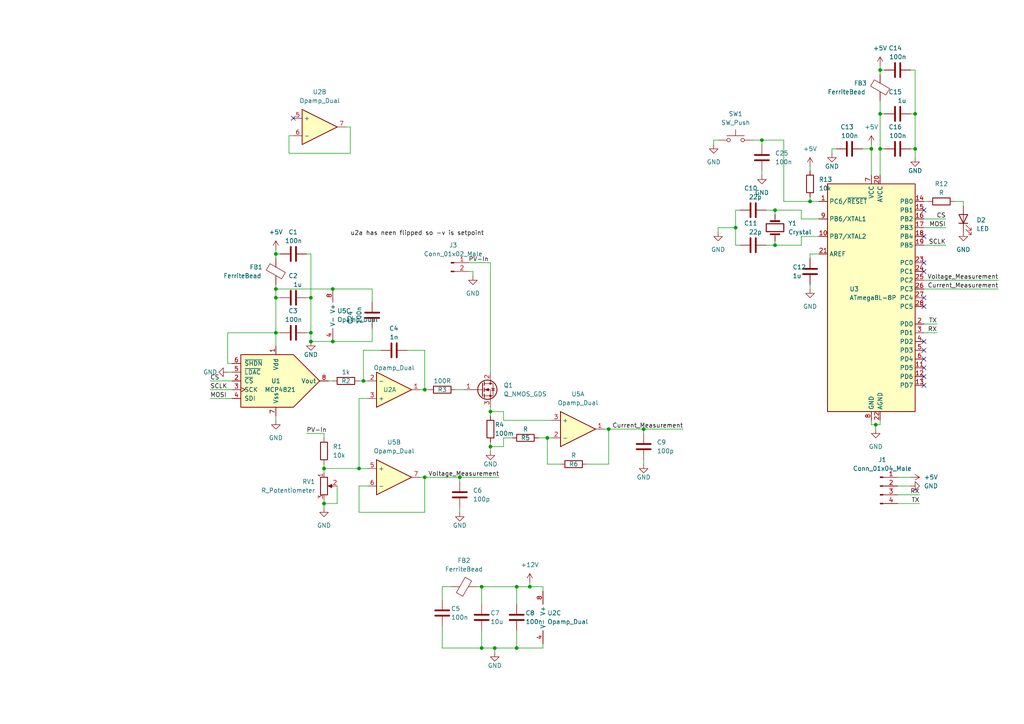
<source format=kicad_sch>
(kicad_sch (version 20211123) (generator eeschema)
  (paper "A4")
  (lib_symbols
    (symbol "Analog_DAC:MCP4821" (pin_names (offset 1.016))
      (property "Reference" "U" (at 1.27 10.795 0))
      (property "Value" "MCP4821" (at 1.27 8.89 0))
      (symbol "MCP4821_1_1"
        (pin power_in line (at 0 10.16 270) (length 2.54) (name "Vdd") (number "1"))
        (pin input line (at -12.7 0 0) (length 2.54) (name "~{CS}") (number "2"))
        (pin input clock (at -12.7 -2.54 0) (length 2.54) (name "SCK") (number "3"))
        (pin input line (at -12.7 -5.08 0) (length 2.54) (name "SDI") (number "4"))
        (pin input line (at -12.7 2.54 0) (length 2.54) (name "~{LDAC}") (number "5"))
        (pin input line (at -12.7 5.08 0) (length 2.54) (name "~{SHDN}") (number "6"))
        (pin power_in line (at 0 -10.16 90) (length 2.54) (name "Vss") (number "7"))
        (pin output line (at 15.24 0 180) (length 2.54) (name "Vout") (number "8"))
      )
    )
    (symbol "Connector:Conn_01x02_Male" (pin_names (offset 1.016) hide)
      (property "Reference" "J" (at 0 2.54 0))
      (property "Value" "Conn_01x02_Male" (at 0 -5.08 0))
      (symbol "Conn_01x02_Male_1_1"
        (pin passive line (at 5.08 0 180) (length 3.81) (name "Pin_1") (number "1"))
        (pin passive line (at 5.08 -2.54 180) (length 3.81) (name "Pin_2") (number "2"))
      )
    )
    (symbol "Connector:Conn_01x03_Male" (pin_names (offset 1.016) hide)
      (property "Reference" "J" (at 0 5.08 0))
      (property "Value" "Conn_01x03_Male" (at 0 -5.08 0))
      (symbol "Conn_01x03_Male_1_1"
        (pin passive line (at 5.08 2.54 180) (length 3.81) (name "Pin_1") (number "1"))
        (pin passive line (at 5.08 0 180) (length 3.81) (name "Pin_2") (number "2"))
        (pin passive line (at 5.08 -2.54 180) (length 3.81) (name "Pin_3") (number "3"))
      )
    )
    (symbol "Connector:Conn_01x04_Male" (pin_names (offset 1.016) hide)
      (property "Reference" "J" (at 0 5.08 0))
      (property "Value" "Conn_01x04_Male" (at 0 -7.62 0))
      (symbol "Conn_01x04_Male_1_1"
        (pin passive line (at 5.08 2.54 180) (length 3.81) (name "Pin_1") (number "1"))
        (pin passive line (at 5.08 0 180) (length 3.81) (name "Pin_2") (number "2"))
        (pin passive line (at 5.08 -2.54 180) (length 3.81) (name "Pin_3") (number "3"))
        (pin passive line (at 5.08 -5.08 180) (length 3.81) (name "Pin_4") (number "4"))
      )
    )
    (symbol "Device:C" (pin_numbers hide) (pin_names (offset 0.254))
      (property "Reference" "C" (at 0.635 2.54 0))
      (property "Value" "C" (at 0.635 -2.54 0))
      (symbol "C_1_1"
        (pin passive line (at 0 3.81 270) (length 2.794) (name "~") (number "1"))
        (pin passive line (at 0 -3.81 90) (length 2.794) (name "~") (number "2"))
      )
    )
    (symbol "Device:C_Polarized" (pin_numbers hide) (pin_names (offset 0.254))
      (property "Reference" "C" (at 0.635 2.54 0))
      (property "Value" "C_Polarized" (at 0.635 -2.54 0))
      (symbol "C_Polarized_1_1"
        (pin passive line (at 0 3.81 270) (length 2.794) (name "~") (number "1"))
        (pin passive line (at 0 -3.81 90) (length 2.794) (name "~") (number "2"))
      )
    )
    (symbol "Device:Crystal" (pin_numbers hide) (pin_names (offset 1.016) hide)
      (property "Reference" "Y" (at 0 3.81 0))
      (property "Value" "Crystal" (at 0 -3.81 0))
      (symbol "Crystal_1_1"
        (pin passive line (at -3.81 0 0) (length 1.27) (name "1") (number "1"))
        (pin passive line (at 3.81 0 180) (length 1.27) (name "2") (number "2"))
      )
    )
    (symbol "Device:FerriteBead" (pin_numbers hide) (pin_names (offset 0))
      (property "Reference" "FB" (at -3.81 0.635 90))
      (property "Value" "FerriteBead" (at 3.81 0 90))
      (symbol "FerriteBead_1_1"
        (pin passive line (at 0 3.81 270) (length 2.54) (name "~") (number "1"))
        (pin passive line (at 0 -3.81 90) (length 2.54) (name "~") (number "2"))
      )
    )
    (symbol "Device:L" (pin_numbers hide) (pin_names (offset 1.016) hide)
      (property "Reference" "L" (at -1.27 0 90))
      (property "Value" "L" (at 1.905 0 90))
      (symbol "L_1_1"
        (pin passive line (at 0 3.81 270) (length 1.27) (name "1") (number "1"))
        (pin passive line (at 0 -3.81 90) (length 1.27) (name "2") (number "2"))
      )
    )
    (symbol "Device:LED" (pin_numbers hide) (pin_names (offset 1.016) hide)
      (property "Reference" "D" (at 0 2.54 0))
      (property "Value" "LED" (at 0 -2.54 0))
      (symbol "LED_1_1"
        (pin passive line (at -3.81 0 0) (length 2.54) (name "K") (number "1"))
        (pin passive line (at 3.81 0 180) (length 2.54) (name "A") (number "2"))
      )
    )
    (symbol "Device:Opamp_Dual"
      (property "Reference" "U" (at 0 5.08 0))
      (property "Value" "Opamp_Dual" (at 0 -5.08 0))
      (symbol "Opamp_Dual_1_1"
        (pin output line (at 7.62 0 180) (length 2.54) (name "~") (number "1"))
        (pin input line (at -7.62 -2.54 0) (length 2.54) (name "-") (number "2"))
        (pin input line (at -7.62 2.54 0) (length 2.54) (name "+") (number "3"))
      )
      (symbol "Opamp_Dual_2_1"
        (pin input line (at -7.62 2.54 0) (length 2.54) (name "+") (number "5"))
        (pin input line (at -7.62 -2.54 0) (length 2.54) (name "-") (number "6"))
        (pin output line (at 7.62 0 180) (length 2.54) (name "~") (number "7"))
      )
      (symbol "Opamp_Dual_3_1"
        (pin power_in line (at -2.54 -7.62 90) (length 3.81) (name "V-") (number "4"))
        (pin power_in line (at -2.54 7.62 270) (length 3.81) (name "V+") (number "8"))
      )
    )
    (symbol "Device:Q_NMOS_GDS" (pin_names (offset 0) hide)
      (property "Reference" "Q" (at 5.08 1.27 0))
      (property "Value" "Q_NMOS_GDS" (at 5.08 -1.27 0))
      (symbol "Q_NMOS_GDS_1_1"
        (pin input line (at -5.08 0 0) (length 2.54) (name "G") (number "1"))
        (pin passive line (at 2.54 5.08 270) (length 2.54) (name "D") (number "2"))
        (pin passive line (at 2.54 -5.08 90) (length 2.54) (name "S") (number "3"))
      )
    )
    (symbol "Device:R" (pin_numbers hide) (pin_names (offset 0))
      (property "Reference" "R" (at 2.032 0 90))
      (property "Value" "R" (at 0 0 90))
      (symbol "R_1_1"
        (pin passive line (at 0 3.81 270) (length 1.27) (name "~") (number "1"))
        (pin passive line (at 0 -3.81 90) (length 1.27) (name "~") (number "2"))
      )
    )
    (symbol "Device:R_Potentiometer" (pin_names (offset 1.016) hide)
      (property "Reference" "RV" (at -4.445 0 90))
      (property "Value" "R_Potentiometer" (at -2.54 0 90))
      (symbol "R_Potentiometer_1_1"
        (pin passive line (at 0 3.81 270) (length 1.27) (name "1") (number "1"))
        (pin passive line (at 3.81 0 180) (length 1.27) (name "2") (number "2"))
        (pin passive line (at 0 -3.81 90) (length 1.27) (name "3") (number "3"))
      )
    )
    (symbol "Diode:1N5712UR" (pin_numbers hide) (pin_names (offset 1.016) hide)
      (property "Reference" "D" (at 0 2.54 0))
      (property "Value" "1N5712UR" (at 0 -2.54 0))
      (symbol "1N5712UR_1_1"
        (pin passive line (at -3.81 0 0) (length 2.54) (name "K") (number "1"))
        (pin passive line (at 3.81 0 180) (length 2.54) (name "A") (number "2"))
      )
    )
    (symbol "MCU_Microchip_ATmega:ATmega8L-8P"
      (property "Reference" "U" (at -12.7 34.29 0))
      (property "Value" "ATmega8L-8P" (at 5.08 -34.29 0))
      (symbol "ATmega8L-8P_1_1"
        (pin bidirectional line (at -15.24 27.94 0) (length 2.54) (name "PC6/~{RESET}") (number "1"))
        (pin bidirectional line (at -15.24 17.78 0) (length 2.54) (name "PB7/XTAL2") (number "10"))
        (pin bidirectional line (at 15.24 -20.32 180) (length 2.54) (name "PD5") (number "11"))
        (pin bidirectional line (at 15.24 -22.86 180) (length 2.54) (name "PD6") (number "12"))
        (pin bidirectional line (at 15.24 -25.4 180) (length 2.54) (name "PD7") (number "13"))
        (pin bidirectional line (at 15.24 27.94 180) (length 2.54) (name "PB0") (number "14"))
        (pin bidirectional line (at 15.24 25.4 180) (length 2.54) (name "PB1") (number "15"))
        (pin bidirectional line (at 15.24 22.86 180) (length 2.54) (name "PB2") (number "16"))
        (pin bidirectional line (at 15.24 20.32 180) (length 2.54) (name "PB3") (number "17"))
        (pin bidirectional line (at 15.24 17.78 180) (length 2.54) (name "PB4") (number "18"))
        (pin bidirectional line (at 15.24 15.24 180) (length 2.54) (name "PB5") (number "19"))
        (pin bidirectional line (at 15.24 -7.62 180) (length 2.54) (name "PD0") (number "2"))
        (pin power_in line (at 2.54 35.56 270) (length 2.54) (name "AVCC") (number "20"))
        (pin passive line (at -15.24 12.7 0) (length 2.54) (name "AREF") (number "21"))
        (pin power_in line (at 2.54 -35.56 90) (length 2.54) (name "AGND") (number "22"))
        (pin bidirectional line (at 15.24 10.16 180) (length 2.54) (name "PC0") (number "23"))
        (pin bidirectional line (at 15.24 7.62 180) (length 2.54) (name "PC1") (number "24"))
        (pin bidirectional line (at 15.24 5.08 180) (length 2.54) (name "PC2") (number "25"))
        (pin bidirectional line (at 15.24 2.54 180) (length 2.54) (name "PC3") (number "26"))
        (pin bidirectional line (at 15.24 0 180) (length 2.54) (name "PC4") (number "27"))
        (pin bidirectional line (at 15.24 -2.54 180) (length 2.54) (name "PC5") (number "28"))
        (pin bidirectional line (at 15.24 -10.16 180) (length 2.54) (name "PD1") (number "3"))
        (pin bidirectional line (at 15.24 -12.7 180) (length 2.54) (name "PD2") (number "4"))
        (pin bidirectional line (at 15.24 -15.24 180) (length 2.54) (name "PD3") (number "5"))
        (pin bidirectional line (at 15.24 -17.78 180) (length 2.54) (name "PD4") (number "6"))
        (pin power_in line (at 0 35.56 270) (length 2.54) (name "VCC") (number "7"))
        (pin power_in line (at 0 -35.56 90) (length 2.54) (name "GND") (number "8"))
        (pin bidirectional line (at -15.24 22.86 0) (length 2.54) (name "PB6/XTAL1") (number "9"))
      )
    )
    (symbol "Switch:SW_Push" (pin_numbers hide) (pin_names (offset 1.016) hide)
      (property "Reference" "SW" (at 1.27 2.54 0))
      (property "Value" "SW_Push" (at 0 -1.524 0))
      (symbol "SW_Push_0_1"
        (pin passive line (at -5.08 0 0) (length 2.54) (name "1") (number "1"))
        (pin passive line (at 5.08 0 180) (length 2.54) (name "2") (number "2"))
      )
    )
    (symbol "Timer:LM555xN"
      (property "Reference" "U" (at -10.16 8.89 0))
      (property "Value" "LM555xN" (at 2.54 8.89 0))
      (symbol "LM555xN_0_0"
        (pin power_in line (at 0 -10.16 90) (length 2.54) (name "GND") (number "1"))
        (pin power_in line (at 0 10.16 270) (length 2.54) (name "VCC") (number "8"))
      )
      (symbol "LM555xN_1_1"
        (pin input line (at -12.7 5.08 0) (length 3.81) (name "TR") (number "2"))
        (pin output line (at 12.7 5.08 180) (length 3.81) (name "Q") (number "3"))
        (pin input inverted (at -12.7 -5.08 0) (length 3.81) (name "R") (number "4"))
        (pin input line (at -12.7 0 0) (length 3.81) (name "CV") (number "5"))
        (pin input line (at 12.7 -5.08 180) (length 3.81) (name "THR") (number "6"))
        (pin input line (at 12.7 0 180) (length 3.81) (name "DIS") (number "7"))
      )
    )
    (symbol "Transistor_BJT:BC817" (pin_names (offset 0) hide)
      (property "Reference" "Q" (at 5.08 1.905 0))
      (property "Value" "BC817" (at 5.08 0 0))
      (symbol "BC817_1_1"
        (pin input line (at -5.08 0 0) (length 5.715) (name "B") (number "1"))
        (pin passive line (at 2.54 -5.08 90) (length 2.54) (name "E") (number "2"))
        (pin passive line (at 2.54 5.08 270) (length 2.54) (name "C") (number "3"))
      )
    )
    (symbol "Transistor_BJT:BD139" (pin_names (offset 0) hide)
      (property "Reference" "Q" (at 5.08 1.905 0))
      (property "Value" "BD139" (at 5.08 0 0))
      (symbol "BD139_1_1"
        (pin passive line (at 2.54 -5.08 90) (length 2.54) (name "E") (number "1"))
        (pin passive line (at 2.54 5.08 270) (length 2.54) (name "C") (number "2"))
        (pin input line (at -5.08 0 0) (length 5.08) (name "B") (number "3"))
      )
    )
    (symbol "power:+12V" (power) (pin_names (offset 0))
      (property "Value" "+12V" (at 0 3.556 0))
      (symbol "+12V_1_1"
        (pin power_in line (at 0 0 90) (length 0) hide (name "+12V") (number "1"))
      )
    )
    (symbol "power:+5V" (power) (pin_names (offset 0))
      (property "Value" "+5V" (at 0 3.556 0))
      (symbol "+5V_1_1"
        (pin power_in line (at 0 0 90) (length 0) hide (name "+5V") (number "1"))
      )
    )
    (symbol "power:GND" (power) (pin_names (offset 0))
      (property "Value" "GND" (at 0 -3.81 0))
      (symbol "GND_1_1"
        (pin power_in line (at 0 0 270) (length 0) hide (name "GND") (number "1"))
      )
    )
  )
  (junction (at 142.24 129.54))
  (junction (at 265.43 33.02))
  (junction (at 90.17 99.06))
  (junction (at 255.27 33.02))
  (junction (at 129.54 -62.23))
  (junction (at 93.98 135.89))
  (junction (at 255.27 20.32))
  (junction (at 220.98 40.64))
  (junction (at 80.01 86.36))
  (junction (at 90.17 96.52))
  (junction (at 186.69 124.46))
  (junction (at 129.54 -20.32))
  (junction (at 132.08 -62.23))
  (junction (at 123.19 113.03))
  (junction (at 153.67 170.18))
  (junction (at 254 123.19))
  (junction (at 163.83 -48.26))
  (junction (at 252.73 43.18))
  (junction (at 133.35 138.43))
  (junction (at 171.45 -20.32))
  (junction (at 265.43 43.18))
  (junction (at 80.01 73.66))
  (junction (at 180.34 -48.26))
  (junction (at 96.52 83.82))
  (junction (at 139.7 170.18))
  (junction (at 129.54 -30.48))
  (junction (at 105.41 110.49))
  (junction (at 190.5 -36.83))
  (junction (at 147.32 -20.32))
  (junction (at 171.45 -48.26))
  (junction (at 123.19 138.43))
  (junction (at 180.34 -20.32))
  (junction (at 96.52 99.06))
  (junction (at 139.7 187.96))
  (junction (at 90.17 86.36))
  (junction (at 115.57 -48.26))
  (junction (at 97.79 -36.83))
  (junction (at 176.53 124.46))
  (junction (at 93.98 146.05))
  (junction (at 115.57 -54.61))
  (junction (at 149.86 187.96))
  (junction (at 255.27 43.18))
  (junction (at 158.75 127))
  (junction (at 234.95 58.42))
  (junction (at 115.57 -20.32))
  (junction (at 213.36 66.04))
  (junction (at 224.79 71.12))
  (junction (at 142.24 119.38))
  (junction (at 80.01 83.82))
  (junction (at 129.54 -39.37))
  (junction (at 80.01 96.52))
  (junction (at 104.14 135.89))
  (junction (at 163.83 -20.32))
  (junction (at 147.32 -48.26))
  (junction (at 149.86 170.18))
  (junction (at 224.79 60.96))
  (junction (at 97.79 -20.32))
  (junction (at 140.97 -62.23))
  (junction (at 143.51 187.96))
  (junction (at 195.58 -30.48))
  (no_connect (at 267.97 111.76))
  (no_connect (at 267.97 109.22))
  (no_connect (at 267.97 106.68))
  (no_connect (at 267.97 101.6))
  (no_connect (at 267.97 99.06))
  (no_connect (at 267.97 86.36))
  (no_connect (at 267.97 60.96))
  (no_connect (at 267.97 78.74))
  (no_connect (at 267.97 76.2))
  (no_connect (at 267.97 68.58))
  (no_connect (at 267.97 88.9))
  (no_connect (at 85.09 34.29))
  (no_connect (at 267.97 104.14))
  (wire (pts (xy 208.28 66.04) (xy 213.36 66.04)))
  (wire (pts (xy 80.01 120.65) (xy 80.01 121.92)))
  (wire (pts (xy 101.6 -48.26) (xy 115.57 -48.26)))
  (wire (pts (xy 67.31 107.95) (xy 66.04 107.95)))
  (wire (pts (xy 129.54 -48.26) (xy 127 -48.26)))
  (wire (pts (xy 128.27 187.96) (xy 139.7 187.96)))
  (wire (pts (xy 80.01 96.52) (xy 81.28 96.52)))
  (wire (pts (xy 80.01 96.52) (xy 80.01 100.33)))
  (wire (pts (xy 176.53 134.62) (xy 170.18 134.62)))
  (wire (pts (xy 93.98 144.78) (xy 93.98 146.05)))
  (wire (pts (xy 123.19 148.59) (xy 123.19 138.43)))
  (wire (pts (xy 104.14 115.57) (xy 106.68 115.57)))
  (wire (pts (xy 142.24 119.38) (xy 146.05 119.38)))
  (wire (pts (xy 80.01 86.36) (xy 81.28 86.36)))
  (wire (pts (xy 252.73 123.19) (xy 254 123.19)))
  (wire (pts (xy 149.86 187.96) (xy 157.48 187.96)))
  (wire (pts (xy 90.17 99.06) (xy 96.52 99.06)))
  (wire (pts (xy 153.67 170.18) (xy 157.48 170.18)))
  (wire (pts (xy 115.57 -62.23) (xy 129.54 -62.23)))
  (wire (pts (xy 67.31 110.49) (xy 60.96 110.49)))
  (wire (pts (xy 100.33 -41.91) (xy 102.87 -41.91)))
  (wire (pts (xy 105.41 110.49) (xy 106.68 110.49)))
  (wire (pts (xy 190.5 -46.99) (xy 190.5 -48.26)))
  (wire (pts (xy 149.86 187.96) (xy 149.86 182.88)))
  (wire (pts (xy 208.28 67.31) (xy 208.28 66.04)))
  (wire (pts (xy 142.24 118.11) (xy 142.24 119.38)))
  (wire (pts (xy 156.21 127) (xy 158.75 127)))
  (wire (pts (xy 132.08 113.03) (xy 134.62 113.03)))
  (wire (pts (xy 146.05 121.92) (xy 146.05 119.38)))
  (wire (pts (xy 127 -30.48) (xy 127 -25.4)))
  (wire (pts (xy 241.3 43.18) (xy 242.57 43.18)))
  (wire (pts (xy 171.45 -31.75) (xy 171.45 -20.32)))
  (wire (pts (xy 157.48 186.69) (xy 157.48 187.96)))
  (wire (pts (xy 220.98 50.8) (xy 220.98 49.53)))
  (wire (pts (xy 132.08 -53.34) (xy 132.08 -52.07)))
  (wire (pts (xy 80.01 83.82) (xy 80.01 86.36)))
  (wire (pts (xy 119.38 -48.26) (xy 115.57 -48.26)))
  (wire (pts (xy 90.17 73.66) (xy 90.17 86.36)))
  (wire (pts (xy 105.41 -54.61) (xy 106.68 -54.61)))
  (wire (pts (xy 220.98 40.64) (xy 227.33 40.64)))
  (wire (pts (xy 139.7 170.18) (xy 149.86 170.18)))
  (wire (pts (xy 214.63 60.96) (xy 213.36 60.96)))
  (wire (pts (xy 115.57 -26.67) (xy 115.57 -20.32)))
  (wire (pts (xy 139.7 182.88) (xy 139.7 187.96)))
  (wire (pts (xy 260.35 146.05) (xy 266.7 146.05)))
  (wire (pts (xy 105.41 -54.61) (xy 105.41 -52.07)))
  (wire (pts (xy 252.73 43.18) (xy 250.19 43.18)))
  (wire (pts (xy 133.35 138.43) (xy 133.35 139.7)))
  (wire (pts (xy 224.79 71.12) (xy 232.41 71.12)))
  (wire (pts (xy 83.82 39.37) (xy 83.82 44.45)))
  (wire (pts (xy 105.41 101.6) (xy 105.41 110.49)))
  (wire (pts (xy 133.35 138.43) (xy 144.78 138.43)))
  (wire (pts (xy 264.16 43.18) (xy 265.43 43.18)))
  (wire (pts (xy 260.35 143.51) (xy 266.7 143.51)))
  (wire (pts (xy 146.05 127) (xy 148.59 127)))
  (wire (pts (xy 114.3 -54.61) (xy 115.57 -54.61)))
  (wire (pts (xy 227.33 58.42) (xy 227.33 40.64)))
  (wire (pts (xy 194.31 -30.48) (xy 195.58 -30.48)))
  (wire (pts (xy 176.53 124.46) (xy 186.69 124.46)))
  (wire (pts (xy 267.97 66.04) (xy 274.32 66.04)))
  (wire (pts (xy 102.87 -36.83) (xy 97.79 -36.83)))
  (wire (pts (xy 224.79 69.85) (xy 224.79 71.12)))
  (wire (pts (xy 157.48 170.18) (xy 157.48 171.45)))
  (wire (pts (xy 138.43 170.18) (xy 139.7 170.18)))
  (wire (pts (xy 180.34 -20.32) (xy 171.45 -20.32)))
  (wire (pts (xy 129.54 -63.5) (xy 129.54 -62.23)))
  (wire (pts (xy 142.24 129.54) (xy 146.05 129.54)))
  (wire (pts (xy 195.58 -11.43) (xy 195.58 -30.48)))
  (wire (pts (xy 129.54 -39.37) (xy 129.54 -48.26)))
  (wire (pts (xy 128.27 -41.91) (xy 130.81 -41.91)))
  (wire (pts (xy 135.89 76.2) (xy 142.24 76.2)))
  (wire (pts (xy 252.73 50.8) (xy 252.73 43.18)))
  (wire (pts (xy 264.16 20.32) (xy 265.43 20.32)))
  (wire (pts (xy 142.24 119.38) (xy 142.24 120.65)))
  (wire (pts (xy 87.63 -33.02) (xy 87.63 -36.83)))
  (wire (pts (xy 129.54 -62.23) (xy 132.08 -62.23)))
  (wire (pts (xy 140.97 -62.23) (xy 140.97 -60.96)))
  (wire (pts (xy 267.97 71.12) (xy 274.32 71.12)))
  (wire (pts (xy 115.57 -19.05) (xy 115.57 -20.32)))
  (wire (pts (xy 147.32 -48.26) (xy 153.67 -48.26)))
  (wire (pts (xy 158.75 127) (xy 160.02 127)))
  (wire (pts (xy 80.01 72.39) (xy 80.01 73.66)))
  (wire (pts (xy 276.86 58.42) (xy 279.4 58.42)))
  (wire (pts (xy 123.19 138.43) (xy 133.35 138.43)))
  (wire (pts (xy 104.14 135.89) (xy 104.14 115.57)))
  (wire (pts (xy 190.5 -20.32) (xy 190.5 -26.67)))
  (wire (pts (xy 67.31 105.41) (xy 66.04 105.41)))
  (wire (pts (xy 255.27 29.21) (xy 255.27 33.02)))
  (wire (pts (xy 132.08 -62.23) (xy 132.08 -60.96)))
  (wire (pts (xy 163.83 -20.32) (xy 171.45 -20.32)))
  (wire (pts (xy 186.69 124.46) (xy 186.69 125.73)))
  (wire (pts (xy 255.27 123.19) (xy 255.27 121.92)))
  (wire (pts (xy 139.7 -41.91) (xy 138.43 -41.91)))
  (wire (pts (xy 234.95 83.82) (xy 234.95 82.55)))
  (wire (pts (xy 213.36 66.04) (xy 213.36 71.12)))
  (wire (pts (xy 90.17 86.36) (xy 90.17 96.52)))
  (wire (pts (xy 180.34 -31.75) (xy 180.34 -20.32)))
  (wire (pts (xy 127 -25.4) (xy 100.33 -25.4)))
  (wire (pts (xy 237.49 63.5) (xy 232.41 63.5)))
  (wire (pts (xy 80.01 86.36) (xy 80.01 96.52)))
  (wire (pts (xy 104.14 148.59) (xy 123.19 148.59)))
  (wire (pts (xy 88.9 125.73) (xy 93.98 125.73)))
  (wire (pts (xy 142.24 128.27) (xy 142.24 129.54)))
  (wire (pts (xy 180.34 -20.32) (xy 190.5 -20.32)))
  (wire (pts (xy 129.54 -20.32) (xy 147.32 -20.32)))
  (wire (pts (xy 139.7 175.26) (xy 139.7 170.18)))
  (wire (pts (xy 142.24 129.54) (xy 142.24 130.81)))
  (wire (pts (xy 66.04 96.52) (xy 80.01 96.52)))
  (wire (pts (xy 213.36 60.96) (xy 213.36 66.04)))
  (wire (pts (xy 147.32 -20.32) (xy 147.32 -36.83)))
  (wire (pts (xy 104.14 140.97) (xy 104.14 148.59)))
  (wire (pts (xy 149.86 175.26) (xy 149.86 170.18)))
  (wire (pts (xy 128.27 170.18) (xy 130.81 170.18)))
  (wire (pts (xy 101.6 -48.26) (xy 101.6 -31.75)))
  (wire (pts (xy 139.7 187.96) (xy 143.51 187.96)))
  (wire (pts (xy 180.34 -39.37) (xy 180.34 -48.26)))
  (wire (pts (xy 161.29 -48.26) (xy 163.83 -48.26)))
  (wire (pts (xy 267.97 96.52) (xy 271.78 96.52)))
  (wire (pts (xy 279.4 59.69) (xy 279.4 58.42)))
  (wire (pts (xy 67.31 115.57) (xy 60.96 115.57)))
  (wire (pts (xy 93.98 135.89) (xy 104.14 135.89)))
  (wire (pts (xy 143.51 187.96) (xy 149.86 187.96)))
  (wire (pts (xy 265.43 33.02) (xy 265.43 43.18)))
  (wire (pts (xy 104.14 135.89) (xy 106.68 135.89)))
  (wire (pts (xy 267.97 93.98) (xy 271.78 93.98)))
  (wire (pts (xy 232.41 63.5) (xy 232.41 60.96)))
  (wire (pts (xy 80.01 -27.94) (xy 77.47 -27.94)))
  (wire (pts (xy 115.57 -48.26) (xy 115.57 -46.99)))
  (wire (pts (xy 96.52 99.06) (xy 107.95 99.06)))
  (wire (pts (xy 255.27 43.18) (xy 256.54 43.18)))
  (wire (pts (xy 93.98 134.62) (xy 93.98 135.89)))
  (wire (pts (xy 254 123.19) (xy 254 124.46)))
  (wire (pts (xy 207.01 41.91) (xy 207.01 40.64)))
  (wire (pts (xy 222.25 71.12) (xy 224.79 71.12)))
  (wire (pts (xy 97.79 146.05) (xy 93.98 146.05)))
  (wire (pts (xy 88.9 96.52) (xy 90.17 96.52)))
  (wire (pts (xy 265.43 43.18) (xy 265.43 45.72)))
  (wire (pts (xy 232.41 68.58) (xy 237.49 68.58)))
  (wire (pts (xy 115.57 -48.26) (xy 115.57 -54.61)))
  (wire (pts (xy 88.9 86.36) (xy 90.17 86.36)))
  (wire (pts (xy 255.27 33.02) (xy 256.54 33.02)))
  (wire (pts (xy 190.5 -39.37) (xy 190.5 -36.83)))
  (wire (pts (xy 265.43 20.32) (xy 265.43 33.02)))
  (wire (pts (xy 129.54 -30.48) (xy 133.35 -30.48)))
  (wire (pts (xy 153.67 168.91) (xy 153.67 170.18)))
  (wire (pts (xy 163.83 -31.75) (xy 163.83 -20.32)))
  (wire (pts (xy 175.26 124.46) (xy 176.53 124.46)))
  (wire (pts (xy 186.69 124.46) (xy 198.12 124.46)))
  (wire (pts (xy 224.79 60.96) (xy 224.79 62.23)))
  (wire (pts (xy 222.25 60.96) (xy 224.79 60.96)))
  (wire (pts (xy 97.79 140.97) (xy 97.79 146.05)))
  (wire (pts (xy 100.33 -41.91) (xy 100.33 -25.4)))
  (wire (pts (xy 234.95 57.15) (xy 234.95 58.42)))
  (wire (pts (xy 252.73 41.91) (xy 252.73 43.18)))
  (wire (pts (xy 209.55 -35.56) (xy 209.55 -39.37)))
  (wire (pts (xy 241.3 43.18) (xy 241.3 44.45)))
  (wire (pts (xy 204.47 -36.83) (xy 212.09 -36.83)))
  (wire (pts (xy 60.96 113.03) (xy 67.31 113.03)))
  (wire (pts (xy 163.83 -48.26) (xy 171.45 -48.26)))
  (wire (pts (xy 66.04 105.41) (xy 66.04 96.52)))
  (wire (pts (xy 77.47 -11.43) (xy 77.47 -27.94)))
  (wire (pts (xy 95.25 110.49) (xy 96.52 110.49)))
  (wire (pts (xy 255.27 19.05) (xy 255.27 20.32)))
  (wire (pts (xy 87.63 -22.86) (xy 87.63 -20.32)))
  (wire (pts (xy 252.73 121.92) (xy 252.73 123.19)))
  (wire (pts (xy 213.36 71.12) (xy 214.63 71.12)))
  (wire (pts (xy 180.34 -48.26) (xy 190.5 -48.26)))
  (wire (pts (xy 101.6 44.45) (xy 101.6 36.83)))
  (wire (pts (xy 101.6 36.83) (xy 100.33 36.83)))
  (wire (pts (xy 80.01 73.66) (xy 80.01 74.93)))
  (wire (pts (xy 209.55 -39.37) (xy 212.09 -39.37)))
  (wire (pts (xy 234.95 74.93) (xy 234.95 73.66)))
  (wire (pts (xy 255.27 20.32) (xy 255.27 21.59)))
  (wire (pts (xy 232.41 71.12) (xy 232.41 68.58)))
  (wire (pts (xy 129.54 -36.83) (xy 129.54 -39.37)))
  (wire (pts (xy 267.97 81.28) (xy 289.56 81.28)))
  (wire (pts (xy 87.63 -36.83) (xy 97.79 -36.83)))
  (wire (pts (xy 88.9 73.66) (xy 90.17 73.66)))
  (wire (pts (xy 267.97 83.82) (xy 289.56 83.82)))
  (wire (pts (xy 158.75 134.62) (xy 158.75 127)))
  (wire (pts (xy 80.01 83.82) (xy 96.52 83.82)))
  (wire (pts (xy 147.32 -20.32) (xy 163.83 -20.32)))
  (wire (pts (xy 234.95 58.42) (xy 237.49 58.42)))
  (wire (pts (xy 186.69 134.62) (xy 186.69 133.35)))
  (wire (pts (xy 121.92 113.03) (xy 123.19 113.03)))
  (wire (pts (xy 104.14 110.49) (xy 105.41 110.49)))
  (wire (pts (xy 77.47 -11.43) (xy 195.58 -11.43)))
  (wire (pts (xy 201.93 -41.91) (xy 212.09 -41.91)))
  (wire (pts (xy 115.57 -20.32) (xy 129.54 -20.32)))
  (wire (pts (xy 129.54 -30.48) (xy 127 -30.48)))
  (wire (pts (xy 85.09 39.37) (xy 83.82 39.37)))
  (wire (pts (xy 90.17 96.52) (xy 90.17 99.06)))
  (wire (pts (xy 93.98 125.73) (xy 93.98 127)))
  (wire (pts (xy 207.01 40.64) (xy 208.28 40.64)))
  (wire (pts (xy 190.5 -36.83) (xy 190.5 -34.29)))
  (wire (pts (xy 255.27 20.32) (xy 256.54 20.32)))
  (wire (pts (xy 267.97 63.5) (xy 274.32 63.5)))
  (wire (pts (xy 267.97 58.42) (xy 269.24 58.42)))
  (wire (pts (xy 128.27 181.61) (xy 128.27 187.96)))
  (wire (pts (xy 129.54 -30.48) (xy 129.54 -31.75)))
  (wire (pts (xy 195.58 -36.83) (xy 190.5 -36.83)))
  (wire (pts (xy 147.32 -62.23) (xy 147.32 -57.15)))
  (wire (pts (xy 118.11 101.6) (xy 123.19 101.6)))
  (wire (pts (xy 129.54 -29.21) (xy 129.54 -30.48)))
  (wire (pts (xy 107.95 83.82) (xy 96.52 83.82)))
  (wire (pts (xy 97.79 -36.83) (xy 97.79 -29.21)))
  (wire (pts (xy 93.98 135.89) (xy 93.98 137.16)))
  (wire (pts (xy 143.51 187.96) (xy 143.51 189.23)))
  (wire (pts (xy 254 123.19) (xy 255.27 123.19)))
  (wire (pts (xy 87.63 -20.32) (xy 97.79 -20.32)))
  (wire (pts (xy 102.87 -31.75) (xy 101.6 -31.75)))
  (wire (pts (xy 163.83 -48.26) (xy 163.83 -39.37)))
  (wire (pts (xy 180.34 -48.26) (xy 171.45 -48.26)))
  (wire (pts (xy 176.53 124.46) (xy 176.53 134.62)))
  (wire (pts (xy 107.95 87.63) (xy 107.95 83.82)))
  (wire (pts (xy 129.54 -39.37) (xy 133.35 -39.37)))
  (wire (pts (xy 80.01 82.55) (xy 80.01 83.82)))
  (wire (pts (xy 218.44 40.64) (xy 220.98 40.64)))
  (wire (pts (xy 162.56 134.62) (xy 158.75 134.62)))
  (wire (pts (xy 255.27 43.18) (xy 255.27 50.8)))
  (wire (pts (xy 93.98 147.32) (xy 93.98 146.05)))
  (wire (pts (xy 234.95 58.42) (xy 227.33 58.42)))
  (wire (pts (xy 149.86 170.18) (xy 153.67 170.18)))
  (wire (pts (xy 123.19 101.6) (xy 123.19 113.03)))
  (wire (pts (xy 129.54 -21.59) (xy 129.54 -20.32)))
  (wire (pts (xy 142.24 107.95) (xy 142.24 76.2)))
  (wire (pts (xy 137.16 80.01) (xy 137.16 78.74)))
  (wire (pts (xy 133.35 148.59) (xy 133.35 147.32)))
  (wire (pts (xy 110.49 101.6) (xy 105.41 101.6)))
  (wire (pts (xy 128.27 -31.75) (xy 129.54 -31.75)))
  (wire (pts (xy 123.19 113.03) (xy 124.46 113.03)))
  (wire (pts (xy 171.45 -48.26) (xy 171.45 -39.37)))
  (wire (pts (xy 232.41 60.96) (xy 224.79 60.96)))
  (wire (pts (xy 234.95 48.26) (xy 234.95 49.53)))
  (wire (pts (xy 264.16 33.02) (xy 265.43 33.02)))
  (wire (pts (xy 146.05 121.92) (xy 160.02 121.92)))
  (wire (pts (xy 146.05 127) (xy 146.05 129.54)))
  (wire (pts (xy 128.27 -36.83) (xy 129.54 -36.83)))
  (wire (pts (xy 106.68 140.97) (xy 104.14 140.97)))
  (wire (pts (xy 260.35 138.43) (xy 264.16 138.43)))
  (wire (pts (xy 132.08 -62.23) (xy 140.97 -62.23)))
  (wire (pts (xy 234.95 73.66) (xy 237.49 73.66)))
  (wire (pts (xy 80.01 73.66) (xy 81.28 73.66)))
  (wire (pts (xy 255.27 33.02) (xy 255.27 43.18)))
  (wire (pts (xy 140.97 -62.23) (xy 147.32 -62.23)))
  (wire (pts (xy 121.92 138.43) (xy 123.19 138.43)))
  (wire (pts (xy 128.27 173.99) (xy 128.27 170.18)))
  (wire (pts (xy 97.79 -20.32) (xy 97.79 -21.59)))
  (wire (pts (xy 97.79 -20.32) (xy 115.57 -20.32)))
  (wire (pts (xy 220.98 40.64) (xy 220.98 41.91)))
  (wire (pts (xy 133.35 -39.37) (xy 133.35 -38.1)))
  (wire (pts (xy 107.95 99.06) (xy 107.95 95.25)))
  (wire (pts (xy 260.35 140.97) (xy 264.16 140.97)))
  (wire (pts (xy 140.97 -53.34) (xy 140.97 -52.07)))
  (wire (pts (xy 83.82 44.45) (xy 101.6 44.45)))
  (wire (pts (xy 195.58 -30.48) (xy 195.58 -36.83)))
  (wire (pts (xy 115.57 -54.61) (xy 115.57 -62.23)))
  (wire (pts (xy 147.32 -49.53) (xy 147.32 -48.26)))
  (wire (pts (xy 135.89 78.74) (xy 137.16 78.74)))
  (wire (pts (xy 147.32 -48.26) (xy 147.32 -46.99)))
  (label "CS" (at 60.96 110.49 0))
  (label "Current_Measurement" (at 289.56 83.82 180))
  (label "PV-In" (at 135.89 76.2 0))
  (label "Boost_Out" (at 201.93 -41.91 0))
  (label "RX" (at 271.78 96.52 180))
  (label "PV-In" (at 88.9 125.73 0))
  (label "Voltage_Measurement" (at 289.56 81.28 180))
  (label "u2a has neen flipped so -v is setpoint" (at 101.6 68.58 0))
  (label "MOSI" (at 60.96 115.57 0))
  (label "CS" (at 274.32 63.5 180))
  (label "SCLK" (at 274.32 71.12 180))
  (label "TX" (at 266.7 146.05 180))
  (label "Current_Measurement" (at 198.12 124.46 180))
  (label "TX" (at 271.78 93.98 180))
  (label "Boost_Out" (at 190.5 -48.26 180))
  (label "Voltage_Measurement" (at 144.78 138.43 180))
  (label "RX" (at 266.7 143.51 180))
  (label "SCLK" (at 60.96 113.03 0))
  (label "MOSI" (at 274.32 66.04 180))
  (symbol (lib_id "power:+12V") (at 153.67 168.91 0) (unit 1)
    (property "Reference" "#PWR0103" (effects hide))
    (property "Value" "+12V" (at 153.67 163.83 0))
  )
  (symbol (lib_id "Connector:Conn_01x03_Male") (at 217.17 -39.37 180) (unit 1)
    (property "Reference" "J2" (at 218.44 -40.6401 0) (effects (justify right)))
    (property "Value" "Conn_01x03_Male" (at 218.44 -38.1001 0) (effects (justify right)))
    (property "Footprint" "Connector_PinHeader_2.54mm:PinHeader_1x03_P2.54mm_Horizontal" (effects hide))
  )
  (symbol (lib_id "power:GND") (at 105.41 -52.07 0) (unit 1)
    (property "Reference" "#PWR0124" (effects hide))
    (property "Value" "GND" (at 105.41 -46.99 0))
  )
  (symbol (lib_id "power:GND") (at 207.01 41.91 0) (unit 1)
    (property "Reference" "#PWR0130" (effects hide))
    (property "Value" "GND" (at 207.01 46.99 0))
  )
  (symbol (lib_id "Device:C") (at 129.54 -25.4 0) (unit 1)
    (property "Reference" "C18" (at 132.08 -26.67 0) (effects (justify left)))
    (property "Value" "680p" (at 132.08 -24.13 0) (effects (justify left)))
    (property "Footprint" "Capacitor_SMD:C_0603_1608Metric_Pad1.08x0.95mm_HandSolder" (effects hide))
  )
  (symbol (lib_id "Device:R_Potentiometer") (at 190.5 -30.48 0) (unit 1)
    (property "Reference" "RV2" (at 187.96 -31.7501 0) (effects (justify right)))
    (property "Value" "10k" (at 187.96 -29.2101 0) (effects (justify right)))
    (property "Footprint" "Potentiometer_THT:Potentiometer_Bourns_3296W_Vertical" (effects hide))
  )
  (symbol (lib_id "Device:C") (at 163.83 -35.56 0) (unit 1)
    (property "Reference" "C22" (at 165.1 -38.1 0) (effects (justify left)))
    (property "Value" "100n" (at 163.83 -33.02 0) (effects (justify left)))
    (property "Footprint" "Capacitor_SMD:C_0603_1608Metric_Pad1.08x0.95mm_HandSolder" (effects hide))
  )
  (symbol (lib_id "power:GND") (at 93.98 147.32 0) (unit 1)
    (property "Reference" "#PWR0112" (effects hide))
    (property "Value" "GND" (at 93.98 152.4 0))
  )
  (symbol (lib_id "Device:C") (at 114.3 101.6 90) (unit 1)
    (property "Reference" "C4" (at 115.57 95.25 90) (effects (justify left)))
    (property "Value" "1n" (at 115.57 97.79 90) (effects (justify left)))
    (property "Footprint" "Capacitor_SMD:C_0603_1608Metric_Pad1.08x0.95mm_HandSolder" (effects hide))
  )
  (symbol (lib_id "Device:C") (at 220.98 45.72 0) (unit 1)
    (property "Reference" "C25" (at 224.79 44.4499 0) (effects (justify left)))
    (property "Value" "100n" (at 224.79 46.9899 0) (effects (justify left)))
    (property "Footprint" "Capacitor_SMD:C_0603_1608Metric_Pad1.08x0.95mm_HandSolder" (effects hide))
  )
  (symbol (lib_id "Device:C") (at 140.97 -57.15 0) (unit 1)
    (property "Reference" "C21" (at 143.51 -58.42 0) (effects (justify left)))
    (property "Value" "100n" (at 140.97 -60.96 0) (effects (justify left)))
    (property "Footprint" "Capacitor_SMD:C_0603_1608Metric_Pad1.08x0.95mm_HandSolder" (effects hide))
  )
  (symbol (lib_id "Device:R") (at 190.5 -43.18 0) (unit 1)
    (property "Reference" "R11" (at 193.04 -44.4501 0) (effects (justify left)))
    (property "Value" "10k" (at 193.04 -41.9101 0) (effects (justify left)))
    (property "Footprint" "Resistor_SMD:R_0603_1608Metric_Pad0.98x0.95mm_HandSolder" (effects hide))
  )
  (symbol (lib_id "Device:R_Potentiometer") (at 93.98 140.97 0) (unit 1)
    (property "Reference" "RV1" (at 91.44 139.6999 0) (effects (justify right)))
    (property "Value" "R_Potentiometer" (at 91.44 142.2399 0) (effects (justify right)))
    (property "Footprint" "Potentiometer_THT:Potentiometer_Bourns_3296W_Vertical" (effects hide))
  )
  (symbol (lib_id "Device:R") (at 234.95 53.34 0) (unit 1)
    (property "Reference" "R13" (at 237.49 52.0699 0) (effects (justify left)))
    (property "Value" "10k" (at 237.49 54.6099 0) (effects (justify left)))
    (property "Footprint" "Resistor_THT:R_Axial_DIN0207_L6.3mm_D2.5mm_P10.16mm_Horizontal" (effects hide))
  )
  (symbol (lib_id "power:GND") (at 254 124.46 0) (unit 1)
    (property "Reference" "#PWR0107" (effects hide))
    (property "Value" "GND" (at 254 129.54 0))
  )
  (symbol (lib_id "Device:C") (at 218.44 71.12 90) (unit 1)
    (property "Reference" "C11" (at 219.71 64.77 90) (effects (justify left)))
    (property "Value" "22p" (at 220.98 67.31 90) (effects (justify left)))
    (property "Footprint" "Capacitor_SMD:C_0603_1608Metric_Pad1.08x0.95mm_HandSolder" (effects hide))
  )
  (symbol (lib_id "Device:C_Polarized") (at 132.08 -57.15 0) (unit 1)
    (property "Reference" "C19" (at 134.62 -59.69 0) (effects (justify left)))
    (property "Value" "10u" (at 134.62 -57.15 0) (effects (justify left)))
    (property "Footprint" "Capacitor_THT:CP_Radial_D5.0mm_P2.00mm" (effects hide))
  )
  (symbol (lib_id "Device:C") (at 260.35 43.18 90) (unit 1)
    (property "Reference" "C16" (at 261.62 36.83 90) (effects (justify left)))
    (property "Value" "100n" (at 262.89 39.37 90) (effects (justify left)))
    (property "Footprint" "Capacitor_SMD:C_0603_1608Metric_Pad1.08x0.95mm_HandSolder" (effects hide))
  )
  (symbol (lib_id "Device:C") (at 85.09 73.66 90) (unit 1)
    (property "Reference" "C1" (at 86.36 67.31 90) (effects (justify left)))
    (property "Value" "100n" (at 87.63 69.85 90) (effects (justify left)))
    (property "Footprint" "Capacitor_SMD:C_0603_1608Metric_Pad1.08x0.95mm_HandSolder" (effects hide))
  )
  (symbol (lib_id "power:GND") (at 209.55 -35.56 0) (unit 1)
    (property "Reference" "#PWR0125" (effects hide))
    (property "Value" "GND" (at 209.55 -30.48 0))
  )
  (symbol (lib_id "power:GND") (at 265.43 45.72 0) (unit 1)
    (property "Reference" "#PWR0115" (effects hide))
    (property "Value" "GND" (at 265.43 49.53 0))
  )
  (symbol (lib_id "Transistor_BJT:BC817") (at 85.09 -27.94 0) (unit 1)
    (property "Reference" "Q2" (at 90.17 -29.2101 0) (effects (justify left)))
    (property "Value" "BC817" (at 90.17 -26.6701 0) (effects (justify left)))
    (property "Footprint" "Package_TO_SOT_SMD:SOT-23" (effects hide))
    (property "Datasheet" "https://www.onsemi.com/pub/Collateral/BC818-D.pdf" (effects hide))
  )
  (symbol (lib_id "Device:Opamp_Dual") (at 92.71 36.83 0) (unit 2)
    (property "Reference" "U2" (at 92.71 26.67 0))
    (property "Value" "Opamp_Dual" (at 92.71 29.21 0))
    (property "Footprint" "Package_DIP:DIP-8_W7.62mm_LongPads" (effects hide))
  )
  (symbol (lib_id "Device:C") (at 260.35 33.02 90) (unit 1)
    (property "Reference" "C15" (at 261.62 26.67 90) (effects (justify left)))
    (property "Value" "1u" (at 262.89 29.21 90) (effects (justify left)))
    (property "Footprint" "Capacitor_SMD:C_0805_2012Metric_Pad1.18x1.45mm_HandSolder" (effects hide))
  )
  (symbol (lib_id "Diode:1N5712UR") (at 157.48 -48.26 180) (unit 1)
    (property "Reference" "D1" (at 157.7975 -53.34 0))
    (property "Value" "1N5712UR" (at 157.7975 -50.8 0))
    (property "Footprint" "Diode_THT:D_DO-15_P3.81mm_Vertical_KathodeUp" (effects hide))
    (property "Datasheet" "https://www.microsemi.com/document-portal/doc_download/131890-lds-0040-1-datasheet" (effects hide))
  )
  (symbol (lib_id "Device:LED") (at 279.4 63.5 90) (unit 1)
    (property "Reference" "D2" (at 283.21 63.8174 90) (effects (justify right)))
    (property "Value" "LED" (at 283.21 66.3574 90) (effects (justify right)))
    (property "Footprint" "LED_THT:LED_D3.0mm" (effects hide))
  )
  (symbol (lib_id "power:+5V") (at 204.47 -36.83 90) (unit 1)
    (property "Reference" "#PWR0126" (effects hide))
    (property "Value" "+5V" (at 196.85 -36.83 90) (effects (justify right)))
  )
  (symbol (lib_id "Device:C") (at 107.95 91.44 180) (unit 1)
    (property "Reference" "C24" (at 101.6 90.17 90) (effects (justify left)))
    (property "Value" "100n" (at 104.14 88.9 90) (effects (justify left)))
    (property "Footprint" "Capacitor_SMD:C_0603_1608Metric_Pad1.08x0.95mm_HandSolder" (effects hide))
  )
  (symbol (lib_id "Device:Crystal") (at 224.79 66.04 90) (unit 1)
    (property "Reference" "Y1" (at 228.6 64.7699 90) (effects (justify right)))
    (property "Value" "Crystal" (at 228.6 67.3099 90) (effects (justify right)))
    (property "Footprint" "Crystal:Crystal_HC18-U_Vertical" (effects hide))
  )
  (symbol (lib_id "Timer:LM555xN") (at 115.57 -36.83 0) (unit 1)
    (property "Reference" "U4" (at 111.76 -38.1 0) (effects (justify left)))
    (property "Value" "LM555xN" (at 111.76 -35.56 0) (effects (justify left)))
    (property "Footprint" "Package_DIP:DIP-8_W7.62mm_LongPads" (effects hide))
    (property "Datasheet" "http://www.ti.com/lit/ds/symlink/lm555.pdf" (effects hide))
  )
  (symbol (lib_id "Device:R") (at 152.4 127 90) (unit 1)
    (property "Reference" "R5" (at 152.4 127 90))
    (property "Value" "R" (at 152.4 124.46 90))
    (property "Footprint" "Resistor_SMD:R_0603_1608Metric_Pad0.98x0.95mm_HandSolder" (effects hide))
  )
  (symbol (lib_id "power:GND") (at 66.04 107.95 270) (unit 1)
    (property "Reference" "#PWR0105" (effects hide))
    (property "Value" "GND" (at 60.96 107.95 90))
  )
  (symbol (lib_id "Device:Opamp_Dual") (at 114.3 138.43 0) (unit 2)
    (property "Reference" "U5" (at 114.3 128.27 0))
    (property "Value" "Opamp_Dual" (at 114.3 130.81 0))
    (property "Footprint" "Package_DIP:DIP-8_W7.62mm_LongPads" (effects hide))
  )
  (symbol (lib_id "Device:C") (at 85.09 86.36 90) (unit 1)
    (property "Reference" "C2" (at 86.36 80.01 90) (effects (justify left)))
    (property "Value" "1u" (at 87.63 82.55 90) (effects (justify left)))
    (property "Footprint" "Capacitor_SMD:C_0805_2012Metric_Pad1.18x1.45mm_HandSolder" (effects hide))
  )
  (symbol (lib_id "power:GND") (at 143.51 189.23 0) (unit 1)
    (property "Reference" "#PWR0102" (effects hide))
    (property "Value" "GND" (at 143.51 193.04 0))
  )
  (symbol (lib_id "Switch:SW_Push") (at 213.36 40.64 0) (unit 1)
    (property "Reference" "SW1" (at 213.36 33.02 0))
    (property "Value" "SW_Push" (at 213.36 35.56 0))
  )
  (symbol (lib_id "power:GND") (at 279.4 67.31 0) (unit 1)
    (property "Reference" "#PWR0122" (effects hide))
    (property "Value" "GND" (at 279.4 72.39 0))
  )
  (symbol (lib_id "power:+5V") (at 264.16 138.43 270) (unit 1)
    (property "Reference" "#PWR0127" (effects hide))
    (property "Value" "+5V" (at 267.97 138.4299 90) (effects (justify left)))
  )
  (symbol (lib_id "power:GND") (at 142.24 130.81 0) (unit 1)
    (property "Reference" "#PWR0117" (effects hide))
    (property "Value" "GND" (at 142.24 134.62 0))
  )
  (symbol (lib_id "Connector:Conn_01x02_Male") (at 130.81 76.2 0) (unit 1)
    (property "Reference" "J3" (at 131.445 71.12 0))
    (property "Value" "Conn_01x02_Male" (at 131.445 73.66 0))
    (property "Footprint" "Connector_Molex:Molex_KK-396_5273-02A_1x02_P3.96mm_Vertical" (effects hide))
  )
  (symbol (lib_id "Device:C") (at 186.69 129.54 0) (unit 1)
    (property "Reference" "C9" (at 190.5 128.2699 0) (effects (justify left)))
    (property "Value" "100p" (at 190.5 130.8099 0) (effects (justify left)))
    (property "Footprint" "Capacitor_SMD:C_0603_1608Metric_Pad1.08x0.95mm_HandSolder" (effects hide))
  )
  (symbol (lib_id "Device:R") (at 93.98 130.81 0) (unit 1)
    (property "Reference" "R1" (at 96.52 129.5399 0) (effects (justify left)))
    (property "Value" "10k" (at 96.52 132.0799 0) (effects (justify left)))
    (property "Footprint" "Resistor_THT:R_Axial_DIN0207_L6.3mm_D2.5mm_P15.24mm_Horizontal" (effects hide))
  )
  (symbol (lib_id "power:GND") (at 140.97 -52.07 0) (unit 1)
    (property "Reference" "#PWR0123" (effects hide))
    (property "Value" "GND" (at 140.97 -48.26 0))
  )
  (symbol (lib_id "Device:Q_NMOS_GDS") (at 139.7 113.03 0) (unit 1)
    (property "Reference" "Q1" (at 146.05 111.7599 0) (effects (justify left)))
    (property "Value" "Q_NMOS_GDS" (at 146.05 114.2999 0) (effects (justify left)))
    (property "Footprint" "Package_TO_SOT_THT:TO-247-3_Vertical" (effects hide))
  )
  (symbol (lib_id "Device:C") (at 128.27 177.8 0) (unit 1)
    (property "Reference" "C5" (at 130.81 176.53 0) (effects (justify left)))
    (property "Value" "100n" (at 130.81 179.07 0) (effects (justify left)))
    (property "Footprint" "Capacitor_SMD:C_0603_1608Metric_Pad1.08x0.95mm_HandSolder" (effects hide))
  )
  (symbol (lib_id "Device:L") (at 147.32 -53.34 0) (unit 1)
    (property "Reference" "L1" (at 148.59 -54.6101 0) (effects (justify left)))
    (property "Value" "L" (at 148.59 -52.0701 0) (effects (justify left)))
    (property "Footprint" "Inductor_THT:L_Radial_D6.0mm_P4.00mm" (effects hide))
  )
  (symbol (lib_id "power:GND") (at 220.98 50.8 0) (unit 1)
    (property "Reference" "#PWR0129" (effects hide))
    (property "Value" "GND" (at 220.98 55.88 0))
  )
  (symbol (lib_id "Device:FerriteBead") (at 134.62 170.18 90) (unit 1)
    (property "Reference" "FB2" (at 134.5692 162.56 90))
    (property "Value" "FerriteBead" (at 134.5692 165.1 90))
    (property "Footprint" "Resistor_SMD:R_1206_3216Metric_Pad1.30x1.75mm_HandSolder" (effects hide))
  )
  (symbol (lib_id "Device:C") (at 260.35 20.32 90) (unit 1)
    (property "Reference" "C14" (at 261.62 13.97 90) (effects (justify left)))
    (property "Value" "100n" (at 262.89 16.51 90) (effects (justify left)))
    (property "Footprint" "Capacitor_SMD:C_0603_1608Metric_Pad1.08x0.95mm_HandSolder" (effects hide))
  )
  (symbol (lib_id "Analog_DAC:MCP4821") (at 80.01 110.49 0) (unit 1)
    (property "Reference" "U1" (at 80.01 110.49 0))
    (property "Value" "MCP4821" (at 81.28 113.03 0))
    (property "Footprint" "Package_SO:SOIC-8-1EP_3.9x4.9mm_P1.27mm_EP2.29x3mm" (effects hide))
    (property "Datasheet" "http://ww1.microchip.com/downloads/en/DeviceDoc/22244B.pdf" (effects hide))
  )
  (symbol (lib_id "Device:R") (at 166.37 134.62 90) (unit 1)
    (property "Reference" "R6" (at 166.37 134.62 90))
    (property "Value" "R" (at 166.37 132.08 90))
    (property "Footprint" "Resistor_SMD:R_0603_1608Metric_Pad0.98x0.95mm_HandSolder" (effects hide))
  )
  (symbol (lib_id "power:+5V") (at 80.01 72.39 0) (unit 1)
    (property "Reference" "#PWR0106" (effects hide))
    (property "Value" "+5V" (at 80.01 67.31 0))
  )
  (symbol (lib_id "power:+5V") (at 129.54 -63.5 0) (unit 1)
    (property "Reference" "#PWR0121" (effects hide))
    (property "Value" "+5V" (at 129.54 -68.58 0))
  )
  (symbol (lib_id "power:GND") (at 137.16 80.01 0) (unit 1)
    (property "Reference" "#PWR0131" (effects hide))
    (property "Value" "GND" (at 137.16 85.09 0))
  )
  (symbol (lib_id "Device:R") (at 180.34 -35.56 0) (unit 1)
    (property "Reference" "R10" (at 182.88 -36.8301 0) (effects (justify left)))
    (property "Value" "10k" (at 182.88 -34.2901 0) (effects (justify left)))
    (property "Footprint" "Resistor_SMD:R_0603_1608Metric_Pad0.98x0.95mm_HandSolder" (effects hide))
  )
  (symbol (lib_id "Device:R") (at 134.62 -41.91 90) (unit 1)
    (property "Reference" "R9" (at 134.62 -41.91 90))
    (property "Value" "100R" (at 134.62 -44.45 90))
    (property "Footprint" "Resistor_SMD:R_1206_3216Metric_Pad1.30x1.75mm_HandSolder" (effects hide))
  )
  (symbol (lib_id "power:GND") (at 264.16 140.97 90) (unit 1)
    (property "Reference" "#PWR0110" (effects hide))
    (property "Value" "GND" (at 267.97 140.9699 90) (effects (justify right)))
  )
  (symbol (lib_id "MCU_Microchip_ATmega:ATmega8L-8P") (at 252.73 86.36 0) (unit 1)
    (property "Reference" "U3" (at 246.38 83.82 0) (effects (justify left)))
    (property "Value" "ATmega8L-8P" (at 246.38 86.36 0) (effects (justify left)))
    (property "Footprint" "Package_DIP:DIP-28_W7.62mm_LongPads" (effects hide))
    (property "Datasheet" "http://ww1.microchip.com/downloads/en/DeviceDoc/atmel-2486-8-bit-avr-microcontroller-atmega8_l_datasheet.pdf" (effects hide))
  )
  (symbol (lib_id "Device:Opamp_Dual") (at 114.3 113.03 0) (mirror x) (unit 1)
    (property "Reference" "U2" (at 113.03 113.03 0))
    (property "Value" "Opamp_Dual" (at 114.3 106.68 0))
    (property "Footprint" "Package_DIP:DIP-8_W7.62mm_LongPads" (effects hide))
  )
  (symbol (lib_id "Device:FerriteBead") (at 255.27 25.4 0) (unit 1)
    (property "Reference" "FB3" (at 247.65 24.13 0) (effects (justify left)))
    (property "Value" "FerriteBead" (at 240.03 26.67 0) (effects (justify left)))
    (property "Footprint" "Resistor_SMD:R_1206_3216Metric_Pad1.30x1.75mm_HandSolder" (effects hide))
  )
  (symbol (lib_id "Device:C") (at 85.09 96.52 90) (unit 1)
    (property "Reference" "C3" (at 86.36 90.17 90) (effects (justify left)))
    (property "Value" "100n" (at 87.63 92.71 90) (effects (justify left)))
    (property "Footprint" "Capacitor_SMD:C_0603_1608Metric_Pad1.08x0.95mm_HandSolder" (effects hide))
  )
  (symbol (lib_id "Device:Opamp_Dual") (at 167.64 124.46 0) (unit 1)
    (property "Reference" "U5" (at 167.64 114.3 0))
    (property "Value" "Opamp_Dual" (at 167.64 116.84 0))
    (property "Footprint" "Package_DIP:DIP-8_W7.62mm_LongPads" (effects hide))
  )
  (symbol (lib_id "Device:C") (at 234.95 78.74 0) (unit 1)
    (property "Reference" "C12" (at 229.87 77.47 0) (effects (justify left)))
    (property "Value" "1u" (at 229.87 80.01 0) (effects (justify left)))
    (property "Footprint" "Capacitor_SMD:C_0805_2012Metric_Pad1.18x1.45mm_HandSolder" (effects hide))
  )
  (symbol (lib_id "Device:Opamp_Dual") (at 99.06 91.44 0) (unit 3)
    (property "Reference" "U5" (at 97.79 90.1699 0) (effects (justify left)))
    (property "Value" "Opamp_Dual" (at 97.79 92.7099 0) (effects (justify left)))
    (property "Footprint" "Package_DIP:DIP-8_W7.62mm_LongPads" (effects hide))
  )
  (symbol (lib_id "Device:C") (at 246.38 43.18 90) (unit 1)
    (property "Reference" "C13" (at 247.65 36.83 90) (effects (justify left)))
    (property "Value" "100n" (at 248.92 39.37 90) (effects (justify left)))
    (property "Footprint" "Capacitor_SMD:C_0603_1608Metric_Pad1.08x0.95mm_HandSolder" (effects hide))
  )
  (symbol (lib_id "Device:Opamp_Dual") (at 160.02 179.07 0) (unit 3)
    (property "Reference" "U2" (at 158.75 177.7999 0) (effects (justify left)))
    (property "Value" "Opamp_Dual" (at 158.75 180.3399 0) (effects (justify left)))
    (property "Footprint" "Package_DIP:DIP-8_W7.62mm_LongPads" (effects hide))
  )
  (symbol (lib_id "Device:R") (at 128.27 113.03 90) (unit 1)
    (property "Reference" "R3" (at 128.27 113.03 90))
    (property "Value" "100R" (at 128.27 110.49 90))
    (property "Footprint" "Resistor_THT:R_Axial_DIN0207_L6.3mm_D2.5mm_P15.24mm_Horizontal" (effects hide))
  )
  (symbol (lib_id "power:GND") (at 132.08 -52.07 0) (unit 1)
    (property "Reference" "#PWR0120" (effects hide))
    (property "Value" "GND" (at 132.08 -48.26 0))
  )
  (symbol (lib_id "Device:C") (at 218.44 60.96 90) (unit 1)
    (property "Reference" "C10" (at 219.71 54.61 90) (effects (justify left)))
    (property "Value" "22p" (at 220.98 57.15 90) (effects (justify left)))
    (property "Footprint" "Capacitor_SMD:C_0603_1608Metric_Pad1.08x0.95mm_HandSolder" (effects hide))
  )
  (symbol (lib_id "Device:R") (at 142.24 124.46 0) (unit 1)
    (property "Reference" "R4" (at 143.51 123.19 0) (effects (justify left)))
    (property "Value" "100m" (at 143.51 125.73 0) (effects (justify left)))
    (property "Footprint" "Resistor_THT:R_Axial_Power_L20.0mm_W6.4mm_P7.62mm_Vertical" (effects hide))
  )
  (symbol (lib_id "Device:C_Polarized") (at 171.45 -35.56 0) (unit 1)
    (property "Reference" "C20" (at 173.99 -38.1 0) (effects (justify left)))
    (property "Value" "10u" (at 173.99 -35.56 0) (effects (justify left)))
    (property "Footprint" "Capacitor_THT:CP_Radial_D5.0mm_P2.00mm" (effects hide))
  )
  (symbol (lib_id "power:GND") (at 241.3 44.45 0) (unit 1)
    (property "Reference" "#PWR0101" (effects hide))
    (property "Value" "GND" (at 241.3 48.26 0))
  )
  (symbol (lib_id "Connector:Conn_01x04_Male") (at 255.27 140.97 0) (unit 1)
    (property "Reference" "J1" (at 255.905 133.35 0))
    (property "Value" "Conn_01x04_Male" (at 255.905 135.89 0))
    (property "Footprint" "Connector_PinHeader_2.54mm:PinHeader_1x04_P2.54mm_Vertical" (effects hide))
  )
  (symbol (lib_id "power:+5V") (at 255.27 19.05 0) (unit 1)
    (property "Reference" "#PWR0114" (effects hide))
    (property "Value" "+5V" (at 255.27 13.97 0))
  )
  (symbol (lib_id "Device:C") (at 133.35 143.51 0) (unit 1)
    (property "Reference" "C6" (at 137.16 142.2399 0) (effects (justify left)))
    (property "Value" "100p" (at 137.16 144.7799 0) (effects (justify left)))
    (property "Footprint" "Capacitor_SMD:C_0603_1608Metric_Pad1.08x0.95mm_HandSolder" (effects hide))
  )
  (symbol (lib_id "power:GND") (at 234.95 83.82 0) (unit 1)
    (property "Reference" "#PWR0109" (effects hide))
    (property "Value" "GND" (at 234.95 88.9 0))
  )
  (symbol (lib_id "Device:FerriteBead") (at 80.01 78.74 0) (unit 1)
    (property "Reference" "FB1" (at 72.39 77.47 0) (effects (justify left)))
    (property "Value" "FerriteBead" (at 64.77 80.01 0) (effects (justify left)))
    (property "Footprint" "Resistor_SMD:R_1206_3216Metric_Pad1.30x1.75mm_HandSolder" (effects hide))
  )
  (symbol (lib_id "Transistor_BJT:BD139") (at 144.78 -41.91 0) (unit 1)
    (property "Reference" "Q3" (at 149.86 -43.1801 0) (effects (justify left)))
    (property "Value" "BD139" (at 149.86 -40.6401 0) (effects (justify left)))
    (property "Footprint" "Package_TO_SOT_THT:TO-126-3_Vertical" (effects hide))
    (property "Datasheet" "http://www.st.com/internet/com/TECHNICAL_RESOURCES/TECHNICAL_LITERATURE/DATASHEET/CD00001225.pdf" (effects hide))
  )
  (symbol (lib_id "Device:C") (at 139.7 179.07 0) (unit 1)
    (property "Reference" "C7" (at 142.24 177.8 0) (effects (justify left)))
    (property "Value" "10u" (at 142.24 180.34 0) (effects (justify left)))
    (property "Footprint" "Capacitor_SMD:C_0805_2012Metric_Pad1.18x1.45mm_HandSolder" (effects hide))
  )
  (symbol (lib_id "power:GND") (at 186.69 134.62 0) (unit 1)
    (property "Reference" "#PWR0111" (effects hide))
    (property "Value" "GND" (at 186.69 138.43 0))
  )
  (symbol (lib_id "Device:R") (at 133.35 -34.29 0) (unit 1)
    (property "Reference" "R8" (at 135.89 -35.5601 0) (effects (justify left)))
    (property "Value" "1k" (at 135.89 -33.0201 0) (effects (justify left)))
    (property "Footprint" "Resistor_SMD:R_0603_1608Metric_Pad0.98x0.95mm_HandSolder" (effects hide))
  )
  (symbol (lib_id "Device:C") (at 149.86 179.07 0) (unit 1)
    (property "Reference" "C8" (at 152.4 177.8 0) (effects (justify left)))
    (property "Value" "100n" (at 152.4 180.34 0) (effects (justify left)))
    (property "Footprint" "Capacitor_SMD:C_0603_1608Metric_Pad1.08x0.95mm_HandSolder" (effects hide))
  )
  (symbol (lib_id "power:GND") (at 133.35 148.59 0) (unit 1)
    (property "Reference" "#PWR0104" (effects hide))
    (property "Value" "GND" (at 133.35 152.4 0))
  )
  (symbol (lib_id "power:GND") (at 115.57 -19.05 0) (unit 1)
    (property "Reference" "#PWR0119" (effects hide))
    (property "Value" "GND" (at 115.57 -13.97 0))
  )
  (symbol (lib_id "power:GND") (at 80.01 121.92 0) (unit 1)
    (property "Reference" "#PWR0113" (effects hide))
    (property "Value" "GND" (at 80.01 127 0))
  )
  (symbol (lib_id "Device:R") (at 273.05 58.42 90) (unit 1)
    (property "Reference" "R12" (at 273.05 53.34 90))
    (property "Value" "R" (at 273.05 55.88 90))
    (property "Footprint" "Resistor_SMD:R_0603_1608Metric_Pad0.98x0.95mm_HandSolder" (effects hide))
  )
  (symbol (lib_id "power:+5V") (at 234.95 48.26 0) (unit 1)
    (property "Reference" "#PWR0128" (effects hide))
    (property "Value" "+5V" (at 234.95 43.18 0))
  )
  (symbol (lib_id "Device:R") (at 123.19 -48.26 90) (unit 1)
    (property "Reference" "R7" (at 123.19 -48.26 90))
    (property "Value" "1k" (at 123.19 -50.8 90))
    (property "Footprint" "Resistor_SMD:R_0603_1608Metric_Pad0.98x0.95mm_HandSolder" (effects hide))
  )
  (symbol (lib_id "power:+5V") (at 252.73 41.91 0) (unit 1)
    (property "Reference" "#PWR0116" (effects hide))
    (property "Value" "+5V" (at 252.73 36.83 0))
  )
  (symbol (lib_id "Device:R") (at 100.33 110.49 90) (unit 1)
    (property "Reference" "R2" (at 100.33 110.49 90))
    (property "Value" "1k" (at 100.33 107.95 90))
    (property "Footprint" "Resistor_SMD:R_1206_3216Metric_Pad1.30x1.75mm_HandSolder" (effects hide))
  )
  (symbol (lib_id "Device:C") (at 110.49 -54.61 90) (unit 1)
    (property "Reference" "C23" (at 109.22 -57.15 0) (effects (justify left)))
    (property "Value" "100n" (at 106.68 -54.61 0) (effects (justify left)))
    (property "Footprint" "Capacitor_SMD:C_0603_1608Metric_Pad1.08x0.95mm_HandSolder" (effects hide))
  )
  (symbol (lib_id "Device:C") (at 97.79 -25.4 0) (unit 1)
    (property "Reference" "C17" (at 100.33 -26.67 0) (effects (justify left)))
    (property "Value" "1n" (at 100.33 -24.13 0) (effects (justify left)))
    (property "Footprint" "Capacitor_SMD:C_0603_1608Metric_Pad1.08x0.95mm_HandSolder" (effects hide))
  )
  (symbol (lib_id "power:GND") (at 208.28 67.31 0) (unit 1)
    (property "Reference" "#PWR0108" (effects hide))
    (property "Value" "GND" (at 208.28 72.39 0))
  )
  (symbol (lib_id "power:GND") (at 90.17 99.06 0) (unit 1)
    (property "Reference" "#PWR0118" (effects hide))
    (property "Value" "GND" (at 90.17 102.87 0))
  )
)
</source>
